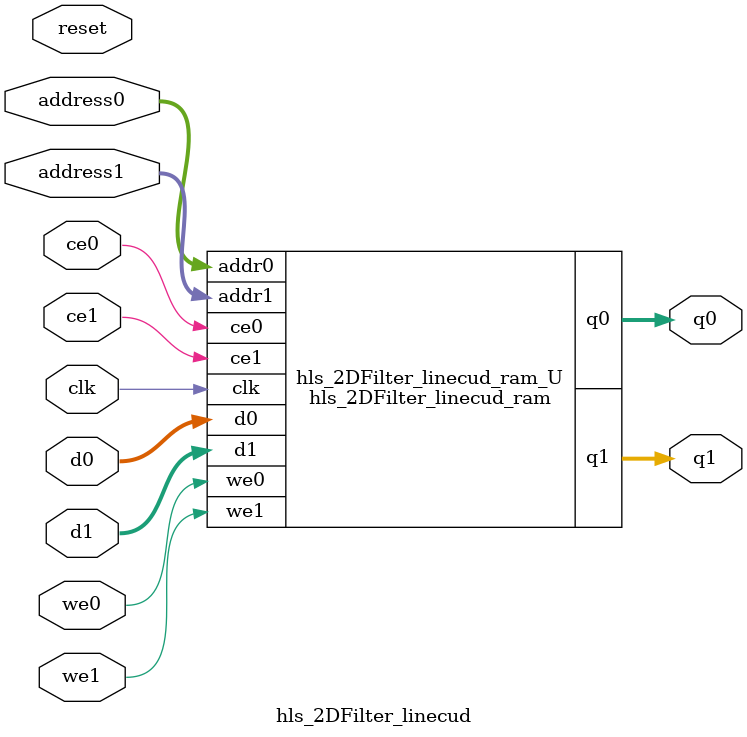
<source format=v>
`timescale 1 ns / 1 ps
module hls_2DFilter_linecud_ram (addr0, ce0, d0, we0, q0, addr1, ce1, d1, we1, q1,  clk);

parameter DWIDTH = 7;
parameter AWIDTH = 11;
parameter MEM_SIZE = 1284;

input[AWIDTH-1:0] addr0;
input ce0;
input[DWIDTH-1:0] d0;
input we0;
output reg[DWIDTH-1:0] q0;
input[AWIDTH-1:0] addr1;
input ce1;
input[DWIDTH-1:0] d1;
input we1;
output reg[DWIDTH-1:0] q1;
input clk;

(* ram_style = "block" *)reg [DWIDTH-1:0] ram[0:MEM_SIZE-1];




always @(posedge clk)  
begin 
    if (ce0) 
    begin
        if (we0) 
        begin 
            ram[addr0] <= d0; 
        end 
        q0 <= ram[addr0];
    end
end


always @(posedge clk)  
begin 
    if (ce1) 
    begin
        if (we1) 
        begin 
            ram[addr1] <= d1; 
        end 
        q1 <= ram[addr1];
    end
end


endmodule

`timescale 1 ns / 1 ps
module hls_2DFilter_linecud(
    reset,
    clk,
    address0,
    ce0,
    we0,
    d0,
    q0,
    address1,
    ce1,
    we1,
    d1,
    q1);

parameter DataWidth = 32'd7;
parameter AddressRange = 32'd1284;
parameter AddressWidth = 32'd11;
input reset;
input clk;
input[AddressWidth - 1:0] address0;
input ce0;
input we0;
input[DataWidth - 1:0] d0;
output[DataWidth - 1:0] q0;
input[AddressWidth - 1:0] address1;
input ce1;
input we1;
input[DataWidth - 1:0] d1;
output[DataWidth - 1:0] q1;



hls_2DFilter_linecud_ram hls_2DFilter_linecud_ram_U(
    .clk( clk ),
    .addr0( address0 ),
    .ce0( ce0 ),
    .we0( we0 ),
    .d0( d0 ),
    .q0( q0 ),
    .addr1( address1 ),
    .ce1( ce1 ),
    .we1( we1 ),
    .d1( d1 ),
    .q1( q1 ));

endmodule


</source>
